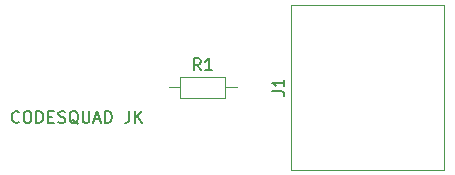
<source format=gto>
G04 #@! TF.GenerationSoftware,KiCad,Pcbnew,8.0.3*
G04 #@! TF.CreationDate,2024-06-25T16:21:06+09:00*
G04 #@! TF.ProjectId,adb-usb-converter,6164622d-7573-4622-9d63-6f6e76657274,rev?*
G04 #@! TF.SameCoordinates,Original*
G04 #@! TF.FileFunction,Legend,Top*
G04 #@! TF.FilePolarity,Positive*
%FSLAX46Y46*%
G04 Gerber Fmt 4.6, Leading zero omitted, Abs format (unit mm)*
G04 Created by KiCad (PCBNEW 8.0.3) date 2024-06-25 16:21:06*
%MOMM*%
%LPD*%
G01*
G04 APERTURE LIST*
%ADD10C,0.150000*%
%ADD11C,0.120000*%
G04 APERTURE END LIST*
D10*
X114499047Y-2899580D02*
X114451428Y-2947200D01*
X114451428Y-2947200D02*
X114308571Y-2994819D01*
X114308571Y-2994819D02*
X114213333Y-2994819D01*
X114213333Y-2994819D02*
X114070476Y-2947200D01*
X114070476Y-2947200D02*
X113975238Y-2851961D01*
X113975238Y-2851961D02*
X113927619Y-2756723D01*
X113927619Y-2756723D02*
X113880000Y-2566247D01*
X113880000Y-2566247D02*
X113880000Y-2423390D01*
X113880000Y-2423390D02*
X113927619Y-2232914D01*
X113927619Y-2232914D02*
X113975238Y-2137676D01*
X113975238Y-2137676D02*
X114070476Y-2042438D01*
X114070476Y-2042438D02*
X114213333Y-1994819D01*
X114213333Y-1994819D02*
X114308571Y-1994819D01*
X114308571Y-1994819D02*
X114451428Y-2042438D01*
X114451428Y-2042438D02*
X114499047Y-2090057D01*
X115118095Y-1994819D02*
X115308571Y-1994819D01*
X115308571Y-1994819D02*
X115403809Y-2042438D01*
X115403809Y-2042438D02*
X115499047Y-2137676D01*
X115499047Y-2137676D02*
X115546666Y-2328152D01*
X115546666Y-2328152D02*
X115546666Y-2661485D01*
X115546666Y-2661485D02*
X115499047Y-2851961D01*
X115499047Y-2851961D02*
X115403809Y-2947200D01*
X115403809Y-2947200D02*
X115308571Y-2994819D01*
X115308571Y-2994819D02*
X115118095Y-2994819D01*
X115118095Y-2994819D02*
X115022857Y-2947200D01*
X115022857Y-2947200D02*
X114927619Y-2851961D01*
X114927619Y-2851961D02*
X114880000Y-2661485D01*
X114880000Y-2661485D02*
X114880000Y-2328152D01*
X114880000Y-2328152D02*
X114927619Y-2137676D01*
X114927619Y-2137676D02*
X115022857Y-2042438D01*
X115022857Y-2042438D02*
X115118095Y-1994819D01*
X115975238Y-2994819D02*
X115975238Y-1994819D01*
X115975238Y-1994819D02*
X116213333Y-1994819D01*
X116213333Y-1994819D02*
X116356190Y-2042438D01*
X116356190Y-2042438D02*
X116451428Y-2137676D01*
X116451428Y-2137676D02*
X116499047Y-2232914D01*
X116499047Y-2232914D02*
X116546666Y-2423390D01*
X116546666Y-2423390D02*
X116546666Y-2566247D01*
X116546666Y-2566247D02*
X116499047Y-2756723D01*
X116499047Y-2756723D02*
X116451428Y-2851961D01*
X116451428Y-2851961D02*
X116356190Y-2947200D01*
X116356190Y-2947200D02*
X116213333Y-2994819D01*
X116213333Y-2994819D02*
X115975238Y-2994819D01*
X116975238Y-2471009D02*
X117308571Y-2471009D01*
X117451428Y-2994819D02*
X116975238Y-2994819D01*
X116975238Y-2994819D02*
X116975238Y-1994819D01*
X116975238Y-1994819D02*
X117451428Y-1994819D01*
X117832381Y-2947200D02*
X117975238Y-2994819D01*
X117975238Y-2994819D02*
X118213333Y-2994819D01*
X118213333Y-2994819D02*
X118308571Y-2947200D01*
X118308571Y-2947200D02*
X118356190Y-2899580D01*
X118356190Y-2899580D02*
X118403809Y-2804342D01*
X118403809Y-2804342D02*
X118403809Y-2709104D01*
X118403809Y-2709104D02*
X118356190Y-2613866D01*
X118356190Y-2613866D02*
X118308571Y-2566247D01*
X118308571Y-2566247D02*
X118213333Y-2518628D01*
X118213333Y-2518628D02*
X118022857Y-2471009D01*
X118022857Y-2471009D02*
X117927619Y-2423390D01*
X117927619Y-2423390D02*
X117880000Y-2375771D01*
X117880000Y-2375771D02*
X117832381Y-2280533D01*
X117832381Y-2280533D02*
X117832381Y-2185295D01*
X117832381Y-2185295D02*
X117880000Y-2090057D01*
X117880000Y-2090057D02*
X117927619Y-2042438D01*
X117927619Y-2042438D02*
X118022857Y-1994819D01*
X118022857Y-1994819D02*
X118260952Y-1994819D01*
X118260952Y-1994819D02*
X118403809Y-2042438D01*
X119499047Y-3090057D02*
X119403809Y-3042438D01*
X119403809Y-3042438D02*
X119308571Y-2947200D01*
X119308571Y-2947200D02*
X119165714Y-2804342D01*
X119165714Y-2804342D02*
X119070476Y-2756723D01*
X119070476Y-2756723D02*
X118975238Y-2756723D01*
X119022857Y-2994819D02*
X118927619Y-2947200D01*
X118927619Y-2947200D02*
X118832381Y-2851961D01*
X118832381Y-2851961D02*
X118784762Y-2661485D01*
X118784762Y-2661485D02*
X118784762Y-2328152D01*
X118784762Y-2328152D02*
X118832381Y-2137676D01*
X118832381Y-2137676D02*
X118927619Y-2042438D01*
X118927619Y-2042438D02*
X119022857Y-1994819D01*
X119022857Y-1994819D02*
X119213333Y-1994819D01*
X119213333Y-1994819D02*
X119308571Y-2042438D01*
X119308571Y-2042438D02*
X119403809Y-2137676D01*
X119403809Y-2137676D02*
X119451428Y-2328152D01*
X119451428Y-2328152D02*
X119451428Y-2661485D01*
X119451428Y-2661485D02*
X119403809Y-2851961D01*
X119403809Y-2851961D02*
X119308571Y-2947200D01*
X119308571Y-2947200D02*
X119213333Y-2994819D01*
X119213333Y-2994819D02*
X119022857Y-2994819D01*
X119880000Y-1994819D02*
X119880000Y-2804342D01*
X119880000Y-2804342D02*
X119927619Y-2899580D01*
X119927619Y-2899580D02*
X119975238Y-2947200D01*
X119975238Y-2947200D02*
X120070476Y-2994819D01*
X120070476Y-2994819D02*
X120260952Y-2994819D01*
X120260952Y-2994819D02*
X120356190Y-2947200D01*
X120356190Y-2947200D02*
X120403809Y-2899580D01*
X120403809Y-2899580D02*
X120451428Y-2804342D01*
X120451428Y-2804342D02*
X120451428Y-1994819D01*
X120880000Y-2709104D02*
X121356190Y-2709104D01*
X120784762Y-2994819D02*
X121118095Y-1994819D01*
X121118095Y-1994819D02*
X121451428Y-2994819D01*
X121784762Y-2994819D02*
X121784762Y-1994819D01*
X121784762Y-1994819D02*
X122022857Y-1994819D01*
X122022857Y-1994819D02*
X122165714Y-2042438D01*
X122165714Y-2042438D02*
X122260952Y-2137676D01*
X122260952Y-2137676D02*
X122308571Y-2232914D01*
X122308571Y-2232914D02*
X122356190Y-2423390D01*
X122356190Y-2423390D02*
X122356190Y-2566247D01*
X122356190Y-2566247D02*
X122308571Y-2756723D01*
X122308571Y-2756723D02*
X122260952Y-2851961D01*
X122260952Y-2851961D02*
X122165714Y-2947200D01*
X122165714Y-2947200D02*
X122022857Y-2994819D01*
X122022857Y-2994819D02*
X121784762Y-2994819D01*
X123832381Y-1994819D02*
X123832381Y-2709104D01*
X123832381Y-2709104D02*
X123784762Y-2851961D01*
X123784762Y-2851961D02*
X123689524Y-2947200D01*
X123689524Y-2947200D02*
X123546667Y-2994819D01*
X123546667Y-2994819D02*
X123451429Y-2994819D01*
X124308572Y-2994819D02*
X124308572Y-1994819D01*
X124880000Y-2994819D02*
X124451429Y-2423390D01*
X124880000Y-1994819D02*
X124308572Y-2566247D01*
X135954819Y-333333D02*
X136669104Y-333333D01*
X136669104Y-333333D02*
X136811961Y-380952D01*
X136811961Y-380952D02*
X136907200Y-476190D01*
X136907200Y-476190D02*
X136954819Y-619047D01*
X136954819Y-619047D02*
X136954819Y-714285D01*
X136954819Y666666D02*
X136954819Y95238D01*
X136954819Y380952D02*
X135954819Y380952D01*
X135954819Y380952D02*
X136097676Y285714D01*
X136097676Y285714D02*
X136192914Y190476D01*
X136192914Y190476D02*
X136240533Y95238D01*
X129881333Y1465180D02*
X129548000Y1941371D01*
X129309905Y1465180D02*
X129309905Y2465180D01*
X129309905Y2465180D02*
X129690857Y2465180D01*
X129690857Y2465180D02*
X129786095Y2417561D01*
X129786095Y2417561D02*
X129833714Y2369942D01*
X129833714Y2369942D02*
X129881333Y2274704D01*
X129881333Y2274704D02*
X129881333Y2131847D01*
X129881333Y2131847D02*
X129833714Y2036609D01*
X129833714Y2036609D02*
X129786095Y1988990D01*
X129786095Y1988990D02*
X129690857Y1941371D01*
X129690857Y1941371D02*
X129309905Y1941371D01*
X130833714Y1465180D02*
X130262286Y1465180D01*
X130548000Y1465180D02*
X130548000Y2465180D01*
X130548000Y2465180D02*
X130452762Y2322323D01*
X130452762Y2322323D02*
X130357524Y2227085D01*
X130357524Y2227085D02*
X130262286Y2179466D01*
D11*
X137550000Y7000000D02*
X150450000Y7000000D01*
X137550000Y-7000000D02*
X137550000Y7000000D01*
X150450000Y7000000D02*
X150450000Y-7000000D01*
X150450000Y-7000000D02*
X137550000Y-7000000D01*
X127178000Y0D02*
X128128000Y0D01*
X128128000Y920000D02*
X128128000Y-920000D01*
X128128000Y-920000D02*
X131968000Y-920000D01*
X131968000Y920000D02*
X128128000Y920000D01*
X131968000Y-920000D02*
X131968000Y920000D01*
X132918000Y0D02*
X131968000Y0D01*
M02*

</source>
